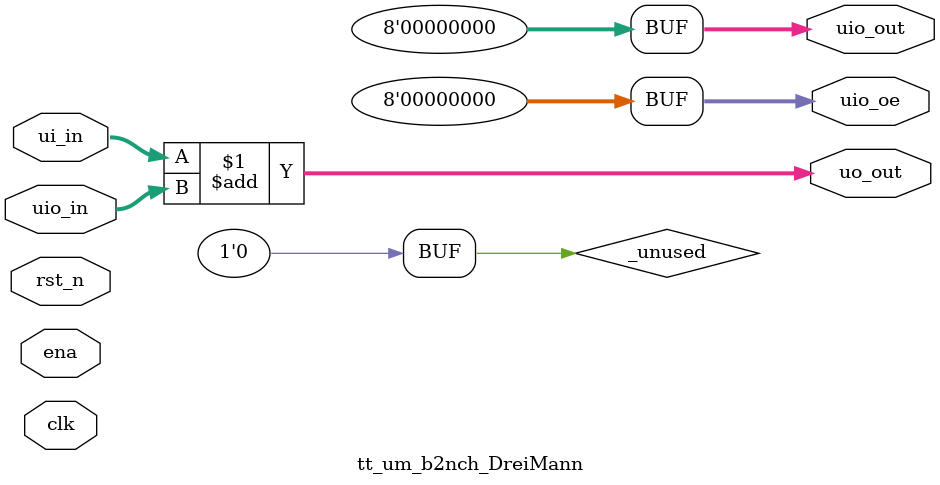
<source format=v>
/*
 * Copyright (c) 2024 Your Name
 * SPDX-License-Identifier: Apache-2.0
 */

`default_nettype none

module tt_um_b2nch_DreiMann (
    input  wire [7:0] ui_in,    // Dedicated inputs
    output wire [7:0] uo_out,   // Dedicated outputs
    input  wire [7:0] uio_in,   // IOs: Input path
    output wire [7:0] uio_out,  // IOs: Output path
    output wire [7:0] uio_oe,   // IOs: Enable path (active high: 0=input, 1=output)
    input  wire       ena,      // always 1 when the design is powered, so you can ignore it
    input  wire       clk,      // clock
    input  wire       rst_n     // reset_n - low to reset
);

  // All output pins must be assigned. If not used, assign to 0.
  assign uo_out  = ui_in + uio_in;  // Example: ou_out is the sum of ui_in and uio_in
  assign uio_out = 0;
  assign uio_oe  = 0;

  // List all unused inputs to prevent warnings
  wire _unused = &{ena, clk, rst_n, 1'b0};

endmodule

</source>
